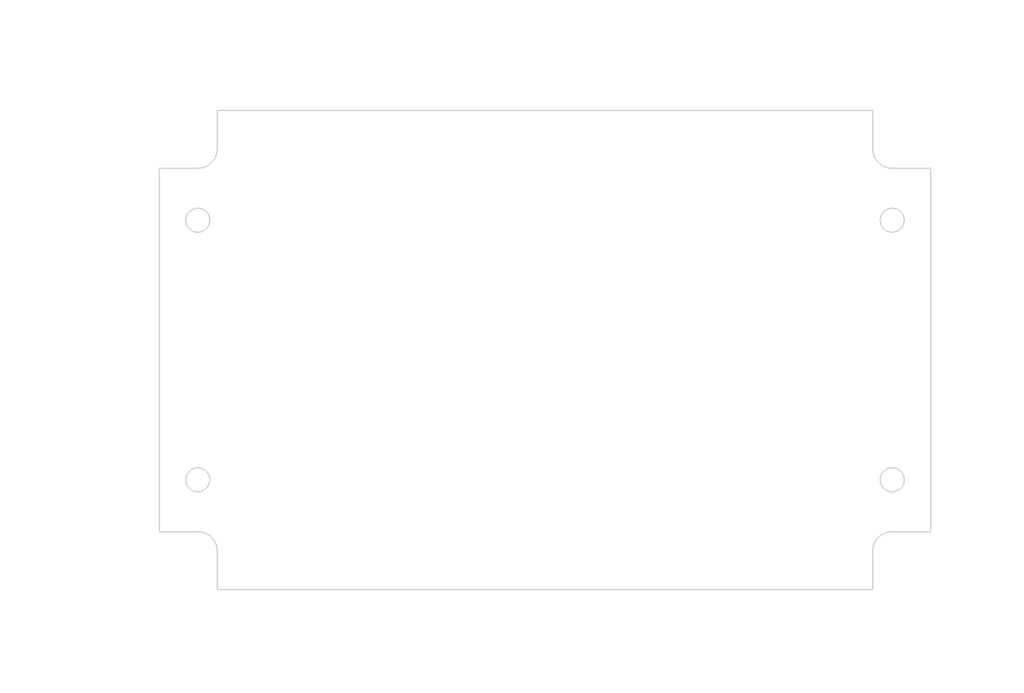
<source format=kicad_pcb>
(kicad_pcb (version 20171130) (host pcbnew "(5.1.0)-1")

  (general
    (thickness 1.6)
    (drawings 65)
    (tracks 0)
    (zones 0)
    (modules 0)
    (nets 1)
  )

  (page A4)
  (layers
    (0 F.Cu signal)
    (31 B.Cu signal)
    (32 B.Adhes user)
    (33 F.Adhes user)
    (34 B.Paste user)
    (35 F.Paste user)
    (36 B.SilkS user)
    (37 F.SilkS user)
    (38 B.Mask user)
    (39 F.Mask user)
    (40 Dwgs.User user)
    (41 Cmts.User user)
    (42 Eco1.User user)
    (43 Eco2.User user)
    (44 Edge.Cuts user)
    (45 Margin user)
    (46 B.CrtYd user)
    (47 F.CrtYd user)
    (48 B.Fab user)
    (49 F.Fab user)
  )

  (setup
    (last_trace_width 0.25)
    (trace_clearance 0.2)
    (zone_clearance 0.508)
    (zone_45_only no)
    (trace_min 0.2)
    (via_size 0.8)
    (via_drill 0.4)
    (via_min_size 0.4)
    (via_min_drill 0.3)
    (uvia_size 0.3)
    (uvia_drill 0.1)
    (uvias_allowed no)
    (uvia_min_size 0.2)
    (uvia_min_drill 0.1)
    (edge_width 0.05)
    (segment_width 0.2)
    (pcb_text_width 0.3)
    (pcb_text_size 1.5 1.5)
    (mod_edge_width 0.12)
    (mod_text_size 1 1)
    (mod_text_width 0.15)
    (pad_size 1.524 1.524)
    (pad_drill 0.762)
    (pad_to_mask_clearance 0.051)
    (solder_mask_min_width 0.25)
    (aux_axis_origin 0 0)
    (visible_elements FFFFFF7F)
    (pcbplotparams
      (layerselection 0x010fc_ffffffff)
      (usegerberextensions false)
      (usegerberattributes false)
      (usegerberadvancedattributes false)
      (creategerberjobfile false)
      (excludeedgelayer true)
      (linewidth 0.152400)
      (plotframeref false)
      (viasonmask false)
      (mode 1)
      (useauxorigin false)
      (hpglpennumber 1)
      (hpglpenspeed 20)
      (hpglpendiameter 15.000000)
      (psnegative false)
      (psa4output false)
      (plotreference true)
      (plotvalue true)
      (plotinvisibletext false)
      (padsonsilk false)
      (subtractmaskfromsilk false)
      (outputformat 1)
      (mirror false)
      (drillshape 1)
      (scaleselection 1)
      (outputdirectory ""))
  )

  (net 0 "")

  (net_class Default "This is the default net class."
    (clearance 0.2)
    (trace_width 0.25)
    (via_dia 0.8)
    (via_drill 0.4)
    (uvia_dia 0.3)
    (uvia_drill 0.1)
  )

  (gr_line (start 101.471251 138.606069) (end 101.471251 132.688082) (layer Edge.Cuts) (width 0.2))
  (gr_arc (start 98.471251 132.688082) (end 101.471251 132.688082) (angle -90) (layer Edge.Cuts) (width 0.2))
  (gr_line (start 98.471251 129.688082) (end 92.553264 129.688082) (layer Edge.Cuts) (width 0.2))
  (gr_line (start 92.553264 129.688082) (end 92.553264 73.688082) (layer Edge.Cuts) (width 0.2))
  (gr_line (start 101.471251 138.606069) (end 202.471251 138.606069) (layer Edge.Cuts) (width 0.2))
  (gr_circle (center 98.471251 121.688082) (end 100.321251 121.688082) (layer Edge.Cuts) (width 0.2))
  (gr_line (start 101.471251 64.770095) (end 101.471251 70.688082) (layer Edge.Cuts) (width 0.2))
  (gr_arc (start 98.471251 70.688082) (end 98.471251 73.688082) (angle -90) (layer Edge.Cuts) (width 0.2))
  (gr_line (start 98.471251 73.688082) (end 92.553264 73.688082) (layer Edge.Cuts) (width 0.2))
  (gr_line (start 202.471251 64.770095) (end 101.471251 64.770095) (layer Edge.Cuts) (width 0.2))
  (gr_circle (center 98.471251 81.688082) (end 100.321251 81.688082) (layer Edge.Cuts) (width 0.2))
  (gr_line (start 202.471251 138.606069) (end 202.471251 132.688082) (layer Edge.Cuts) (width 0.2))
  (gr_arc (start 205.471251 132.688082) (end 205.471251 129.688082) (angle -90) (layer Edge.Cuts) (width 0.2))
  (gr_line (start 205.471251 129.688082) (end 211.389238 129.688082) (layer Edge.Cuts) (width 0.2))
  (gr_line (start 211.389238 129.688082) (end 211.389238 73.688082) (layer Edge.Cuts) (width 0.2))
  (gr_circle (center 205.471251 121.688082) (end 207.321251 121.688082) (layer Edge.Cuts) (width 0.2))
  (gr_line (start 202.471251 64.770095) (end 202.471251 70.688082) (layer Edge.Cuts) (width 0.2))
  (gr_arc (start 205.471251 70.688082) (end 202.471251 70.688082) (angle -90) (layer Edge.Cuts) (width 0.2))
  (gr_line (start 205.471251 73.688082) (end 211.389238 73.688082) (layer Edge.Cuts) (width 0.2))
  (gr_circle (center 205.471251 81.688082) (end 207.321251 81.688082) (layer Edge.Cuts) (width 0.2))
  (gr_text [R0.12] (at 218.669136 139.454394) (layer Dwgs.User)
    (effects (font (size 1.7 1.53) (thickness 0.2125)))
  )
  (gr_text " R3.00" (at 218.669136 135.896379) (layer Dwgs.User)
    (effects (font (size 1.7 1.53) (thickness 0.2125)))
  )
  (gr_line (start 212.198365 137.564933) (end 204.661623 132.101138) (layer Dwgs.User) (width 0.2))
  (gr_line (start 214.198365 137.564933) (end 212.198365 137.564933) (layer Dwgs.User) (width 0.2))
  (gr_line (start 205.471251 121.778082) (end 205.471251 121.598082) (layer Dwgs.User) (width 0.2))
  (gr_line (start 205.381251 121.688082) (end 205.561251 121.688082) (layer Dwgs.User) (width 0.2))
  (gr_text " ∅3.70\n[∅0.15]" (at 219.405257 127.325541) (layer Dwgs.User)
    (effects (font (size 1.7 1.53) (thickness 0.2125)))
  )
  (gr_line (start 212.868387 127.325541) (end 208.533355 124.021753) (layer Dwgs.User) (width 0.2))
  (gr_line (start 214.868387 127.325541) (end 212.868387 127.325541) (layer Dwgs.User) (width 0.2))
  (gr_text [1.57] (at 221.767631 103.577543) (layer Dwgs.User)
    (effects (font (size 1.7 1.53) (thickness 0.2125)))
  )
  (gr_text " 40.00" (at 221.767631 100.020107) (layer Dwgs.User)
    (effects (font (size 1.7 1.53) (thickness 0.2125)))
  )
  (gr_line (start 221.767631 119.688082) (end 221.767631 105.245517) (layer Dwgs.User) (width 0.2))
  (gr_line (start 221.767631 83.688082) (end 221.767631 98.130646) (layer Dwgs.User) (width 0.2))
  (gr_line (start 206.471251 121.688082) (end 224.942631 121.688082) (layer Dwgs.User) (width 0.2))
  (gr_line (start 206.471251 81.688082) (end 224.942631 81.688082) (layer Dwgs.User) (width 0.2))
  (gr_text [4.21] (at 151.971251 153.19027) (layer Dwgs.User)
    (effects (font (size 1.7 1.53) (thickness 0.2125)))
  )
  (gr_text " 107.00" (at 151.971251 149.632835) (layer Dwgs.User)
    (effects (font (size 1.7 1.53) (thickness 0.2125)))
  )
  (gr_line (start 203.471251 151.300809) (end 156.676265 151.300809) (layer Dwgs.User) (width 0.2))
  (gr_line (start 100.471251 151.300809) (end 147.266238 151.300809) (layer Dwgs.User) (width 0.2))
  (gr_line (start 205.471251 122.688082) (end 205.471251 154.475809) (layer Dwgs.User) (width 0.2))
  (gr_line (start 98.471251 122.688082) (end 98.471251 154.475809) (layer Dwgs.User) (width 0.2))
  (gr_text [2.91] (at 72.017941 103.577543) (layer Dwgs.User)
    (effects (font (size 1.7 1.53) (thickness 0.2125)))
  )
  (gr_text " 73.84" (at 72.017941 100.019528) (layer Dwgs.User)
    (effects (font (size 1.7 1.53) (thickness 0.2125)))
  )
  (gr_line (start 72.017941 136.606069) (end 72.017941 105.246097) (layer Dwgs.User) (width 0.2))
  (gr_line (start 72.017941 66.770095) (end 72.017941 98.130067) (layer Dwgs.User) (width 0.2))
  (gr_line (start 100.471251 138.606069) (end 68.842941 138.606069) (layer Dwgs.User) (width 0.2))
  (gr_line (start 100.471251 64.770095) (end 68.842941 64.770095) (layer Dwgs.User) (width 0.2))
  (gr_text [4.68] (at 151.971251 52.923076) (layer Dwgs.User)
    (effects (font (size 1.7 1.53) (thickness 0.2125)))
  )
  (gr_text " 118.84" (at 151.971251 49.365641) (layer Dwgs.User)
    (effects (font (size 1.7 1.53) (thickness 0.2125)))
  )
  (gr_line (start 209.389238 51.033615) (end 156.675685 51.033615) (layer Dwgs.User) (width 0.2))
  (gr_line (start 94.553264 51.033615) (end 147.266817 51.033615) (layer Dwgs.User) (width 0.2))
  (gr_line (start 211.389238 72.688082) (end 211.389238 47.858615) (layer Dwgs.User) (width 0.2))
  (gr_line (start 92.553264 72.688082) (end 92.553264 47.858615) (layer Dwgs.User) (width 0.2))
  (gr_text [3.98] (at 151.971251 61.256973) (layer Dwgs.User)
    (effects (font (size 1.7 1.53) (thickness 0.2125)))
  )
  (gr_text " 101.00" (at 151.971251 57.699538) (layer Dwgs.User)
    (effects (font (size 1.7 1.53) (thickness 0.2125)))
  )
  (gr_line (start 103.471251 59.367512) (end 147.266238 59.367512) (layer Dwgs.User) (width 0.2))
  (gr_line (start 200.471251 59.367512) (end 156.676265 59.367512) (layer Dwgs.User) (width 0.2))
  (gr_line (start 101.471251 63.770095) (end 101.471251 56.192512) (layer Dwgs.User) (width 0.2))
  (gr_line (start 202.471251 63.770095) (end 202.471251 56.192512) (layer Dwgs.User) (width 0.2))
  (gr_text [2.20] (at 85.394421 103.577543) (layer Dwgs.User)
    (effects (font (size 1.7 1.53) (thickness 0.2125)))
  )
  (gr_text " 56.00" (at 85.394421 100.020107) (layer Dwgs.User)
    (effects (font (size 1.7 1.53) (thickness 0.2125)))
  )
  (gr_line (start 85.394421 75.688082) (end 85.394421 98.130646) (layer Dwgs.User) (width 0.2))
  (gr_line (start 85.394421 127.688082) (end 85.394421 105.245517) (layer Dwgs.User) (width 0.2))
  (gr_line (start 91.553264 73.688082) (end 82.219421 73.688082) (layer Dwgs.User) (width 0.2))
  (gr_line (start 91.553264 129.688082) (end 82.219421 129.688082) (layer Dwgs.User) (width 0.2))

)

</source>
